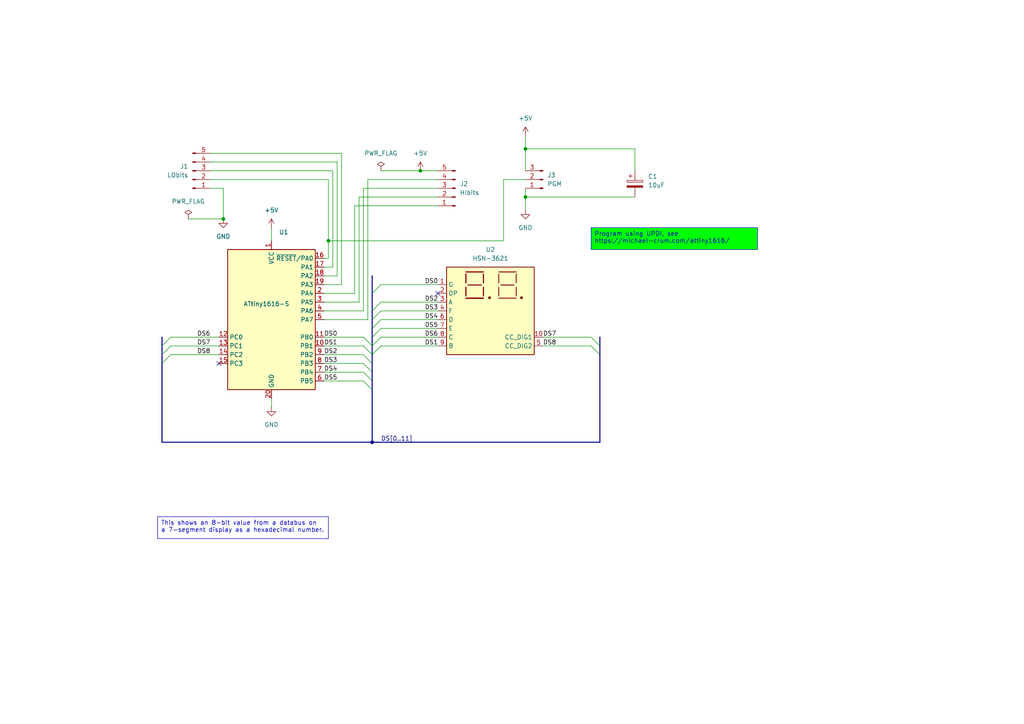
<source format=kicad_sch>
(kicad_sch (version 20250114) (generator "eeschema") (generator_version "9.0")
  (paper "A4")
  (title_block (title "8bit to 2digit hex board") (date "2025-10-12") (rev "1.0") (company "ErrorSoft"))
  (lib_symbols
    (symbol "Library:ATtiny1616-S"
      (property "Reference" "U" (at -12.7 21.59 0))
      (property "Value" "ATtiny1616-S" (at 2.54 -21.59 0))
      (symbol "ATtiny1616-S_0_1"
        (rectangle (start -12.7 -20.32) (end 12.7 20.32) (stroke (width 0.254)) (fill (type background)))
      )
      (symbol "ATtiny1616-S_1_1"
        (pin bidirectional line (at -15.24 -5.08 0) (length 2.54) (name "PC0") (number "12"))
        (pin bidirectional line (at -15.24 -7.62 0) (length 2.54) (name "PC1") (number "13"))
        (pin bidirectional line (at -15.24 -10.16 0) (length 2.54) (name "PC2") (number "14"))
        (pin bidirectional line (at -15.24 -12.7 0) (length 2.54) (name "PC3") (number "15"))
        (pin power_in line (at 0 22.86 270) (length 2.54) (name "VCC") (number "1"))
        (pin power_in line (at 0 -22.86 90) (length 2.54) (name "GND") (number "20"))
        (pin bidirectional line (at 15.24 17.78 180) (length 2.54) (name "~{RESET}/PA0") (number "16"))
        (pin bidirectional line (at 15.24 15.24 180) (length 2.54) (name "PA1") (number "17"))
        (pin bidirectional line (at 15.24 12.7 180) (length 2.54) (name "PA2") (number "18"))
        (pin bidirectional line (at 15.24 10.16 180) (length 2.54) (name "PA3") (number "19"))
        (pin bidirectional line (at 15.24 7.62 180) (length 2.54) (name "PA4") (number "2"))
        (pin bidirectional line (at 15.24 5.08 180) (length 2.54) (name "PA5") (number "3"))
        (pin bidirectional line (at 15.24 2.54 180) (length 2.54) (name "PA6") (number "4"))
        (pin bidirectional line (at 15.24 0 180) (length 2.54) (name "PA7") (number "5"))
        (pin bidirectional line (at 15.24 -5.08 180) (length 2.54) (name "PB0") (number "11"))
        (pin bidirectional line (at 15.24 -7.62 180) (length 2.54) (name "PB1") (number "10"))
        (pin bidirectional line (at 15.24 -10.16 180) (length 2.54) (name "PB2") (number "9"))
        (pin bidirectional line (at 15.24 -12.7 180) (length 2.54) (name "PB3") (number "8"))
        (pin bidirectional line (at 15.24 -15.24 180) (length 2.54) (name "PB4") (number "7"))
        (pin bidirectional line (at 15.24 -17.78 180) (length 2.54) (name "PB5") (number "6"))
      )
    )
    (symbol "Library:C_Polarized" (pin_numbers (hide yes)) (pin_names (offset 0.254))
      (property "Reference" "C" (at 0.635 2.54 0))
      (property "Value" "C_Polarized" (at 0.635 -2.54 0))
      (symbol "C_Polarized_0_1"
        (rectangle (start -2.286 0.508) (end 2.286 1.016))
        (polyline (pts (xy -1.778 2.286) (xy -0.762 2.286)))
        (polyline (pts (xy -1.27 2.794) (xy -1.27 1.778)))
        (rectangle (start 2.286 -0.508) (end -2.286 -1.016) (fill (type outline)))
      )
      (symbol "C_Polarized_1_1"
        (pin passive line (at 0 3.81 270) (length 2.794) (name "~") (number "1"))
        (pin passive line (at 0 -3.81 90) (length 2.794) (name "~") (number "2"))
      )
    )
    (symbol "Library:Conn_01x03_Pin" (pin_names (offset 1.016) (hide yes))
      (property "Reference" "J" (at 0 5.08 0))
      (property "Value" "Conn_01x03_Pin" (at 0 -5.08 0))
      (symbol "Conn_01x03_Pin_1_1"
        (rectangle (start 0.8636 2.667) (end 0 2.413) (stroke (width 0.1524)) (fill (type outline)))
        (rectangle (start 0.8636 0.127) (end 0 -0.127) (stroke (width 0.1524)) (fill (type outline)))
        (rectangle (start 0.8636 -2.413) (end 0 -2.667) (stroke (width 0.1524)) (fill (type outline)))
        (polyline (pts (xy 1.27 2.54) (xy 0.8636 2.54)) (stroke (width 0.1524)))
        (polyline (pts (xy 1.27 0) (xy 0.8636 0)) (stroke (width 0.1524)))
        (polyline (pts (xy 1.27 -2.54) (xy 0.8636 -2.54)) (stroke (width 0.1524)))
        (pin passive line (at 5.08 2.54 180) (length 3.81) (name "Pin_1") (number "1"))
        (pin passive line (at 5.08 0 180) (length 3.81) (name "Pin_2") (number "2"))
        (pin passive line (at 5.08 -2.54 180) (length 3.81) (name "Pin_3") (number "3"))
      )
    )
    (symbol "Library:Conn_01x05_Pin" (pin_names (offset 1.016) (hide yes))
      (property "Reference" "J" (at 0 7.62 0))
      (property "Value" "Conn_01x05_Pin" (at 0 -7.62 0))
      (symbol "Conn_01x05_Pin_1_1"
        (rectangle (start 0.8636 5.207) (end 0 4.953) (stroke (width 0.1524)) (fill (type outline)))
        (rectangle (start 0.8636 2.667) (end 0 2.413) (stroke (width 0.1524)) (fill (type outline)))
        (rectangle (start 0.8636 0.127) (end 0 -0.127) (stroke (width 0.1524)) (fill (type outline)))
        (rectangle (start 0.8636 -2.413) (end 0 -2.667) (stroke (width 0.1524)) (fill (type outline)))
        (rectangle (start 0.8636 -4.953) (end 0 -5.207) (stroke (width 0.1524)) (fill (type outline)))
        (polyline (pts (xy 1.27 5.08) (xy 0.8636 5.08)) (stroke (width 0.1524)))
        (polyline (pts (xy 1.27 2.54) (xy 0.8636 2.54)) (stroke (width 0.1524)))
        (polyline (pts (xy 1.27 0) (xy 0.8636 0)) (stroke (width 0.1524)))
        (polyline (pts (xy 1.27 -2.54) (xy 0.8636 -2.54)) (stroke (width 0.1524)))
        (polyline (pts (xy 1.27 -5.08) (xy 0.8636 -5.08)) (stroke (width 0.1524)))
        (pin passive line (at 5.08 5.08 180) (length 3.81) (name "Pin_1") (number "1"))
        (pin passive line (at 5.08 2.54 180) (length 3.81) (name "Pin_2") (number "2"))
        (pin passive line (at 5.08 0 180) (length 3.81) (name "Pin_3") (number "3"))
        (pin passive line (at 5.08 -2.54 180) (length 3.81) (name "Pin_4") (number "4"))
        (pin passive line (at 5.08 -5.08 180) (length 3.81) (name "Pin_5") (number "5"))
      )
    )
    (symbol "Library:HDSM-443B"
      (property "Reference" "U" (at -11.43 13.97 0))
      (property "Value" "HDSM-443B" (at 6.35 13.97 0))
      (symbol "HDSM-443B_0_1"
        (rectangle (start -12.7 12.7) (end 12.7 -12.7) (stroke (width 0.254)) (fill (type background)))
        (polyline (pts (xy -7.112 11.303) (xy -2.032 11.303)) (stroke (width 0.254)))
        (polyline (pts (xy -7.112 11.303) (xy -2.032 11.303)) (stroke (width 0.254)))
        (polyline (pts (xy -7.112 11.303) (xy -2.032 11.303)) (stroke (width 0.254)))
        (polyline (pts (xy -7.112 11.303) (xy -2.032 11.303)) (stroke (width 0.254)))
        (polyline (pts (xy -7.112 8.128) (xy -7.112 10.668)) (stroke (width 0.254)))
        (polyline (pts (xy -7.112 8.128) (xy -7.112 10.668)) (stroke (width 0.254)))
        (polyline (pts (xy -7.112 8.128) (xy -7.112 10.668)) (stroke (width 0.254)))
        (polyline (pts (xy -7.112 8.128) (xy -7.112 10.668)) (stroke (width 0.254)))
        (polyline (pts (xy -7.112 4.318) (xy -7.112 6.858)) (stroke (width 0.254)))
        (polyline (pts (xy -7.112 4.318) (xy -7.112 6.858)) (stroke (width 0.254)))
        (polyline (pts (xy -7.112 4.318) (xy -7.112 6.858)) (stroke (width 0.254)))
        (polyline (pts (xy -7.112 4.318) (xy -7.112 6.858)) (stroke (width 0.254)))
        (polyline (pts (xy -7.112 3.683) (xy -2.032 3.683)) (stroke (width 0.254)))
        (polyline (pts (xy -7.112 3.683) (xy -2.032 3.683)) (stroke (width 0.254)))
        (polyline (pts (xy -7.112 3.683) (xy -2.032 3.683)) (stroke (width 0.254)))
        (polyline (pts (xy -7.112 3.683) (xy -2.032 3.683)) (stroke (width 0.254)))
        (polyline (pts (xy -6.477 7.493) (xy -2.667 7.493)) (stroke (width 0.254)))
        (polyline (pts (xy -6.477 7.493) (xy -2.667 7.493)) (stroke (width 0.254)))
        (polyline (pts (xy -6.477 7.493) (xy -2.667 7.493)) (stroke (width 0.254)))
        (polyline (pts (xy -6.477 7.493) (xy -2.667 7.493)) (stroke (width 0.254)))
        (polyline (pts (xy -2.032 10.668) (xy -2.032 8.128)) (stroke (width 0.254)))
        (polyline (pts (xy -2.032 10.668) (xy -2.032 8.128)) (stroke (width 0.254)))
        (polyline (pts (xy -2.032 10.668) (xy -2.032 8.128)) (stroke (width 0.254)))
        (polyline (pts (xy -2.032 10.668) (xy -2.032 8.128)) (stroke (width 0.254)))
        (polyline (pts (xy -2.032 4.318) (xy -2.032 6.858)) (stroke (width 0.254)))
        (polyline (pts (xy -2.032 4.318) (xy -2.032 6.858)) (stroke (width 0.254)))
        (polyline (pts (xy -2.032 4.318) (xy -2.032 6.858)) (stroke (width 0.254)))
        (polyline (pts (xy -2.032 4.318) (xy -2.032 6.858)) (stroke (width 0.254)))
        (circle (center -0.254 3.81) (radius 0.2794) (stroke (width 0.254)) (fill (type outline)))
        (polyline (pts (xy 2.413 11.303) (xy 7.493 11.303)) (stroke (width 0.254)))
        (polyline (pts (xy 2.413 8.128) (xy 2.413 10.668)) (stroke (width 0.254)))
        (polyline (pts (xy 2.413 4.318) (xy 2.413 6.858)) (stroke (width 0.254)))
        (polyline (pts (xy 2.413 3.683) (xy 7.493 3.683)) (stroke (width 0.254)))
        (polyline (pts (xy 3.048 7.493) (xy 6.858 7.493)) (stroke (width 0.254)))
        (polyline (pts (xy 7.493 8.128) (xy 7.493 10.668)) (stroke (width 0.254)))
        (polyline (pts (xy 7.493 4.318) (xy 7.493 6.858)) (stroke (width 0.254)))
        (circle (center 9.017 3.81) (radius 0.2794) (stroke (width 0.254)) (fill (type outline)))
      )
      (symbol "HDSM-443B_1_1"
        (pin input line (at -15.24 7.62 0) (length 2.54) (name "G") (number "1"))
        (pin input line (at -15.24 5.08 0) (length 2.54) (name "DP") (number "2"))
        (pin input line (at -15.24 2.54 0) (length 2.54) (name "A") (number "3"))
        (pin input line (at -15.24 0 0) (length 2.54) (name "F") (number "4"))
        (pin input line (at -15.24 -2.54 0) (length 2.54) (name "D") (number "6"))
        (pin input line (at -15.24 -5.08 0) (length 2.54) (name "E") (number "7"))
        (pin input line (at -15.24 -7.62 0) (length 2.54) (name "C") (number "8"))
        (pin input line (at -15.24 -10.16 0) (length 2.54) (name "B") (number "9"))
        (pin input line (at 15.24 -7.62 180) (length 2.54) (name "CC_DIG1") (number "10"))
        (pin input line (at 15.24 -10.16 180) (length 2.54) (name "CC_DIG2") (number "5"))
      )
    )
    (symbol "power:+5V" (power) (pin_numbers (hide yes)) (pin_names (offset 0) (hide yes))
      (property "Value" "+5V" (at 0 3.556 0))
      (symbol "+5V_0_1"
        (polyline (pts (xy -0.762 1.27) (xy 0 2.54)))
        (polyline (pts (xy 0 2.54) (xy 0.762 1.27)))
        (polyline (pts (xy 0 0) (xy 0 2.54)))
      )
      (symbol "+5V_1_1"
        (pin power_in line (at 0 0 90) (length 0) (name "~") (number "1"))
      )
    )
    (symbol "power:GND" (power) (pin_numbers (hide yes)) (pin_names (offset 0) (hide yes))
      (property "Value" "GND" (at 0 -3.81 0))
      (symbol "GND_0_1"
        (polyline (pts (xy 0 0) (xy 0 -1.27) (xy 1.27 -1.27) (xy 0 -2.54) (xy -1.27 -1.27) (xy 0 -1.27)))
      )
      (symbol "GND_1_1"
        (pin power_in line (at 0 0 270) (length 0) (name "~") (number "1"))
      )
    )
    (symbol "power:PWR_FLAG" (power) (pin_numbers (hide yes)) (pin_names (offset 0) (hide yes))
      (property "Value" "PWR_FLAG" (at 0 3.81 0))
      (symbol "PWR_FLAG_0_0"
        (pin power_out line (at 0 0 90) (length 0) (name "~") (number "1"))
      )
      (symbol "PWR_FLAG_0_1"
        (polyline (pts (xy 0 0) (xy 0 1.27) (xy -1.016 1.905) (xy 0 2.54) (xy 1.016 1.905) (xy 0 1.27)))
      )
    )
  )
  (text_box "This shows an 8-bit value from a databus on\na 7-segment display as a hexadecimal number." (at 45.72 149.86 0) (size 49.53 6.35) (margins 0.9525 0.9525 0.9525 0.9525) (effects (font (size 1.27 1.27)) (justify left top)))
  (text_box "Program using UPDI, see\nhttps://michael-crum.com/attiny1616/" (at 171.45 66.04 0) (size 48.26 6.35) (margins 0.9525 0.9525 0.9525 0.9525) (fill (type color) (color 0 255 0 1)) (effects (font (size 1.27 1.27)) (justify left top)))
  (junction (at 95.25 69.85))
  (junction (at 107.95 128.27))
  (junction (at 121.92 49.53))
  (junction (at 152.4 57.15))
  (junction (at 152.4 43.18))
  (junction (at 64.77 63.5))
  (no_connect (at 63.5 105.41))
  (no_connect (at 127 85.09))
  (bus_entry (at 173.99 102.87) (size -2.54 -2.54))
  (bus_entry (at 107.95 102.87) (size -2.54 -2.54))
  (bus_entry (at 107.95 90.17) (size 2.54 -2.54))
  (bus_entry (at 107.95 105.41) (size -2.54 -2.54))
  (bus_entry (at 107.95 85.09) (size 2.54 -2.54))
  (bus_entry (at 107.95 100.33) (size 2.54 -2.54))
  (bus_entry (at 107.95 97.79) (size 2.54 -2.54))
  (bus_entry (at 107.95 95.25) (size 2.54 -2.54))
  (bus_entry (at 107.95 113.03) (size -2.54 -2.54))
  (bus_entry (at 107.95 102.87) (size 2.54 -2.54))
  (bus_entry (at 46.99 105.41) (size 2.54 -2.54))
  (bus_entry (at 46.99 100.33) (size 2.54 -2.54))
  (bus_entry (at 107.95 100.33) (size -2.54 -2.54))
  (bus_entry (at 107.95 107.95) (size -2.54 -2.54))
  (bus_entry (at 173.99 100.33) (size -2.54 -2.54))
  (bus_entry (at 107.95 92.71) (size 2.54 -2.54))
  (bus_entry (at 46.99 102.87) (size 2.54 -2.54))
  (bus_entry (at 107.95 110.49) (size -2.54 -2.54))
  (wire (pts (xy 146.05 52.07) (xy 146.05 69.85)))
  (wire (pts (xy 93.98 107.95) (xy 105.41 107.95)))
  (wire (pts (xy 152.4 57.15) (xy 184.15 57.15)))
  (bus (pts (xy 107.95 110.49) (xy 107.95 113.03)))
  (wire (pts (xy 93.98 105.41) (xy 105.41 105.41)))
  (wire (pts (xy 157.48 100.33) (xy 171.45 100.33)))
  (wire (pts (xy 96.52 49.53) (xy 96.52 77.47)))
  (wire (pts (xy 184.15 49.53) (xy 184.15 43.18)))
  (wire (pts (xy 110.49 92.71) (xy 127 92.71)))
  (wire (pts (xy 102.87 59.69) (xy 102.87 85.09)))
  (bus (pts (xy 46.99 97.79) (xy 46.99 100.33)))
  (wire (pts (xy 152.4 39.37) (xy 152.4 43.18)))
  (wire (pts (xy 152.4 57.15) (xy 152.4 60.96)))
  (wire (pts (xy 95.25 74.93) (xy 93.98 74.93)))
  (wire (pts (xy 110.49 90.17) (xy 127 90.17)))
  (wire (pts (xy 105.41 90.17) (xy 93.98 90.17)))
  (wire (pts (xy 146.05 69.85) (xy 95.25 69.85)))
  (bus (pts (xy 107.95 97.79) (xy 107.95 100.33)))
  (bus (pts (xy 46.99 100.33) (xy 46.99 102.87)))
  (wire (pts (xy 49.53 102.87) (xy 63.5 102.87)))
  (wire (pts (xy 60.96 54.61) (xy 64.77 54.61)))
  (wire (pts (xy 127 57.15) (xy 104.14 57.15)))
  (wire (pts (xy 54.61 63.5) (xy 64.77 63.5)))
  (wire (pts (xy 127 59.69) (xy 102.87 59.69)))
  (wire (pts (xy 127 54.61) (xy 105.41 54.61)))
  (bus (pts (xy 107.95 90.17) (xy 107.95 92.71)))
  (bus (pts (xy 173.99 97.79) (xy 173.99 100.33)))
  (wire (pts (xy 97.79 80.01) (xy 93.98 80.01)))
  (bus (pts (xy 107.95 107.95) (xy 107.95 110.49)))
  (wire (pts (xy 121.92 49.53) (xy 110.49 49.53)))
  (wire (pts (xy 105.41 54.61) (xy 105.41 90.17)))
  (bus (pts (xy 107.95 80.01) (xy 107.95 85.09)))
  (wire (pts (xy 93.98 102.87) (xy 105.41 102.87)))
  (wire (pts (xy 49.53 100.33) (xy 63.5 100.33)))
  (wire (pts (xy 60.96 44.45) (xy 99.06 44.45)))
  (bus (pts (xy 107.95 113.03) (xy 107.95 128.27)))
  (wire (pts (xy 104.14 57.15) (xy 104.14 87.63)))
  (wire (pts (xy 110.49 97.79) (xy 127 97.79)))
  (wire (pts (xy 78.74 66.04) (xy 78.74 69.85)))
  (wire (pts (xy 93.98 110.49) (xy 105.41 110.49)))
  (bus (pts (xy 107.95 100.33) (xy 107.95 102.87)))
  (bus (pts (xy 173.99 100.33) (xy 173.99 102.87)))
  (wire (pts (xy 60.96 49.53) (xy 96.52 49.53)))
  (wire (pts (xy 95.25 69.85) (xy 95.25 74.93)))
  (wire (pts (xy 110.49 100.33) (xy 127 100.33)))
  (wire (pts (xy 93.98 97.79) (xy 105.41 97.79)))
  (wire (pts (xy 64.77 54.61) (xy 64.77 63.5)))
  (wire (pts (xy 106.68 52.07) (xy 106.68 92.71)))
  (bus (pts (xy 46.99 102.87) (xy 46.99 105.41)))
  (bus (pts (xy 107.95 92.71) (xy 107.95 95.25)))
  (bus (pts (xy 173.99 102.87) (xy 173.99 128.27)))
  (wire (pts (xy 93.98 100.33) (xy 105.41 100.33)))
  (wire (pts (xy 78.74 115.57) (xy 78.74 118.11)))
  (wire (pts (xy 127 52.07) (xy 106.68 52.07)))
  (bus (pts (xy 107.95 102.87) (xy 107.95 105.41)))
  (wire (pts (xy 99.06 44.45) (xy 99.06 82.55)))
  (wire (pts (xy 60.96 52.07) (xy 95.25 52.07)))
  (wire (pts (xy 49.53 97.79) (xy 63.5 97.79)))
  (wire (pts (xy 104.14 87.63) (xy 93.98 87.63)))
  (wire (pts (xy 184.15 43.18) (xy 152.4 43.18)))
  (wire (pts (xy 99.06 82.55) (xy 93.98 82.55)))
  (wire (pts (xy 152.4 52.07) (xy 146.05 52.07)))
  (wire (pts (xy 152.4 43.18) (xy 152.4 49.53)))
  (wire (pts (xy 95.25 52.07) (xy 95.25 69.85)))
  (wire (pts (xy 60.96 46.99) (xy 97.79 46.99)))
  (wire (pts (xy 110.49 95.25) (xy 127 95.25)))
  (wire (pts (xy 152.4 54.61) (xy 152.4 57.15)))
  (bus (pts (xy 46.99 128.27) (xy 107.95 128.27)))
  (wire (pts (xy 97.79 46.99) (xy 97.79 80.01)))
  (bus (pts (xy 107.95 95.25) (xy 107.95 97.79)))
  (wire (pts (xy 102.87 85.09) (xy 93.98 85.09)))
  (wire (pts (xy 110.49 82.55) (xy 127 82.55)))
  (wire (pts (xy 157.48 97.79) (xy 171.45 97.79)))
  (bus (pts (xy 46.99 105.41) (xy 46.99 128.27)))
  (wire (pts (xy 106.68 92.71) (xy 93.98 92.71)))
  (wire (pts (xy 127 49.53) (xy 121.92 49.53)))
  (bus (pts (xy 107.95 105.41) (xy 107.95 107.95)))
  (wire (pts (xy 110.49 87.63) (xy 127 87.63)))
  (bus (pts (xy 107.95 85.09) (xy 107.95 90.17)))
  (bus (pts (xy 107.95 128.27) (xy 173.99 128.27)))
  (wire (pts (xy 96.52 77.47) (xy 93.98 77.47)))
  (label "DS1" (at 93.98 100.33 0))
  (label "DS[0..11]" (at 110.49 128.27 0))
  (label "DS3" (at 93.98 105.41 0))
  (label "DS1" (at 123.19 100.33 0))
  (label "DS3" (at 123.19 90.17 0))
  (label "DS7" (at 57.15 100.33 0))
  (label "DS6" (at 57.15 97.79 0))
  (label "DS8" (at 157.48 100.33 0))
  (label "DS0" (at 123.19 82.55 0))
  (label "DS2" (at 123.19 87.63 0))
  (label "DS5" (at 93.98 110.49 0))
  (label "DS4" (at 123.19 92.71 0))
  (label "DS4" (at 93.98 107.95 0))
  (label "DS0" (at 93.98 97.79 0))
  (label "DS2" (at 93.98 102.87 0))
  (label "DS8" (at 57.15 102.87 0))
  (label "DS5" (at 123.19 95.25 0))
  (label "DS6" (at 123.19 97.79 0))
  (label "DS7" (at 157.48 97.79 0))
  (symbol (lib_id "Library:C_Polarized") (at 184.15 53.34 0) (unit 1)
    (property "Reference" "C1" (at 187.96 51.1809 0) (effects (justify left)))
    (property "Value" "10uF" (at 187.96 53.7209 0) (effects (justify left)))
    (property "Footprint" "Capacitor_SMD:C_0805_2012Metric" (effects (hide yes)))
    (property "Description" "Polarized capacitor" (effects (hide yes)))
  )
  (symbol (lib_id "Library:HDSM-443B") (at 142.24 90.17 0) (unit 1)
    (property "Reference" "U2" (at 142.24 72.39 0))
    (property "Value" "HSN-3621" (at 142.24 74.93 0))
    (property "Footprint" "frits:HSN-3621" (effects (hide yes)))
    (property "Datasheet" "https://docs.broadcom.com/docs/AV02-1589EN" (effects (hide yes)))
    (property "Description" "Double 7 segment Blue LED common cathode SMD mount" (effects (hide yes)))
  )
  (symbol (lib_id "power:GND") (at 78.74 118.11 0) (unit 1)
    (property "Reference" "#PWR01" (effects (hide yes)))
    (property "Value" "GND" (at 78.74 123.19 0))
    (property "Description" "Power symbol creates a global label with name \"GND\" , ground" (effects (hide yes)))
  )
  (symbol (lib_id "power:+5V") (at 78.74 66.04 0) (unit 1)
    (property "Reference" "#PWR04" (effects (hide yes)))
    (property "Value" "+5V" (at 78.74 60.96 0))
    (property "Description" "Power symbol creates a global label with name \"+5V\"" (effects (hide yes)))
  )
  (symbol (lib_id "Library:ATtiny1616-S") (at 78.74 92.71 0) (unit 1)
    (property "Reference" "U1" (at 80.8833 67.31 0) (effects (justify left)))
    (property "Value" "ATtiny1616-S" (at 70.612 88.138 0) (effects (justify left)))
    (property "Footprint" "Package_SO:SOIC-20W_7.5x12.8mm_P1.27mm" (effects (hide yes)))
    (property "Datasheet" "http://ww1.microchip.com/downloads/en/DeviceDoc/ATtiny3216_ATtiny1616-data-sheet-40001997B.pdf" (effects (hide yes)))
    (property "Description" "20MHz, 16kB Flash, 2kB SRAM, 256B EEPROM, SOIC-20" (effects (hide yes)))
  )
  (symbol (lib_id "power:+5V") (at 121.92 49.53 0) (unit 1)
    (property "Reference" "#PWR02" (effects (hide yes)))
    (property "Value" "+5V" (at 121.92 44.45 0))
    (property "Description" "Power symbol creates a global label with name \"+5V\"" (effects (hide yes)))
  )
  (symbol (lib_id "Library:Conn_01x03_Pin") (at 157.48 52.07 180) (unit 1)
    (property "Reference" "J3" (at 158.75 50.7999 0) (effects (justify right)))
    (property "Value" "PGM" (at 158.75 53.3399 0) (effects (justify right)))
    (property "Footprint" "Connector_PinHeader_2.54mm:PinHeader_1x03_P2.54mm_Vertical" (effects (hide yes)))
    (property "Description" "Generic connector, single row, 01x03, script generated" (effects (hide yes)))
  )
  (symbol (lib_id "power:+5V") (at 152.4 39.37 0) (unit 1)
    (property "Reference" "#PWR06" (effects (hide yes)))
    (property "Value" "+5V" (at 152.4 34.29 0))
    (property "Description" "Power symbol creates a global label with name \"+5V\"" (effects (hide yes)))
  )
  (symbol (lib_id "power:PWR_FLAG") (at 110.49 49.53 0) (unit 1)
    (property "Reference" "#FLG01" (effects (hide yes)))
    (property "Value" "PWR_FLAG" (at 110.49 44.45 0))
    (property "Description" "Special symbol for telling ERC where power comes from" (effects (hide yes)))
  )
  (symbol (lib_id "power:GND") (at 64.77 63.5 0) (unit 1)
    (property "Reference" "#PWR03" (effects (hide yes)))
    (property "Value" "GND" (at 64.77 68.58 0))
    (property "Description" "Power symbol creates a global label with name \"GND\" , ground" (effects (hide yes)))
  )
  (symbol (lib_id "Library:Conn_01x05_Pin") (at 55.88 49.53 0) (mirror x) (unit 1)
    (property "Reference" "J1" (at 54.61 48.2599 0) (effects (justify right)))
    (property "Value" "LObits" (at 54.61 50.7999 0) (effects (justify right)))
    (property "Footprint" "Connector_PinHeader_2.54mm:PinHeader_1x05_P2.54mm_Vertical" (effects (hide yes)))
    (property "Description" "Generic connector, single row, 01x05, script generated" (effects (hide yes)))
  )
  (symbol (lib_id "power:GND") (at 152.4 60.96 0) (unit 1)
    (property "Reference" "#PWR05" (effects (hide yes)))
    (property "Value" "GND" (at 152.4 66.04 0))
    (property "Description" "Power symbol creates a global label with name \"GND\" , ground" (effects (hide yes)))
  )
  (symbol (lib_id "Library:Conn_01x05_Pin") (at 132.08 54.61 180) (unit 1)
    (property "Reference" "J2" (at 133.35 53.3399 0) (effects (justify right)))
    (property "Value" "HIbits" (at 133.35 55.8799 0) (effects (justify right)))
    (property "Footprint" "Connector_PinHeader_2.54mm:PinHeader_1x05_P2.54mm_Vertical" (effects (hide yes)))
    (property "Description" "Generic connector, single row, 01x05, script generated" (effects (hide yes)))
  )
  (symbol (lib_id "power:PWR_FLAG") (at 54.61 63.5 0) (unit 1)
    (property "Reference" "#FLG02" (effects (hide yes)))
    (property "Value" "PWR_FLAG" (at 54.61 58.42 0))
    (property "Description" "Special symbol for telling ERC where power comes from" (effects (hide yes)))
  )
)
</source>
